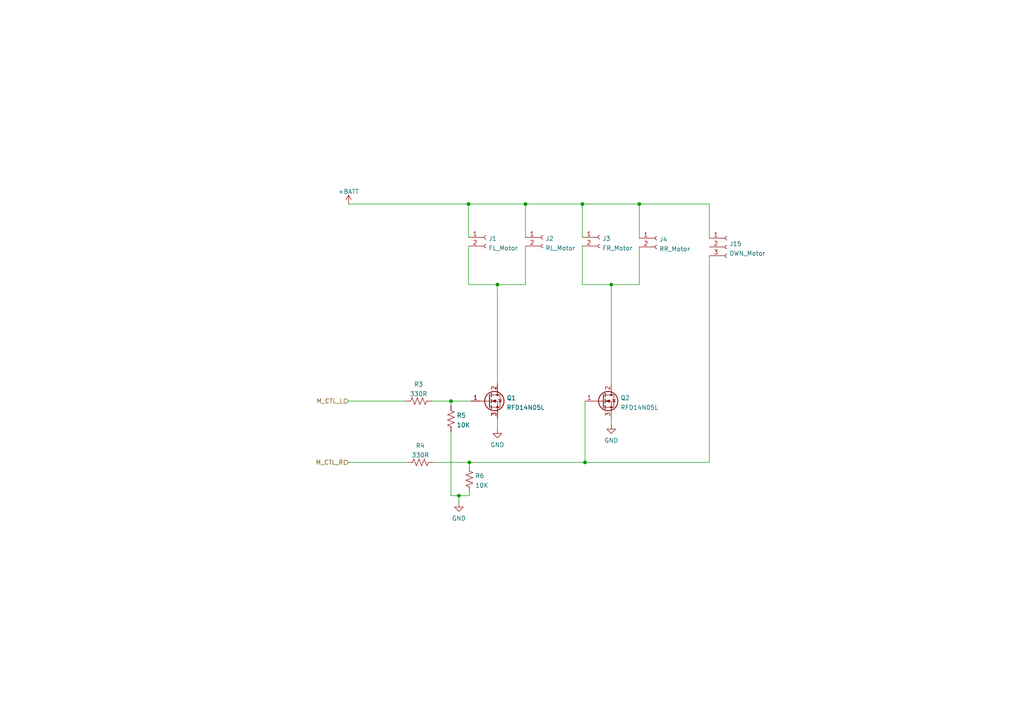
<source format=kicad_sch>
(kicad_sch (version 20211123) (generator eeschema)

  (uuid f06ab3d9-4761-4a40-aca4-f0ea0eba773d)

  (paper "A4")

  (lib_symbols
    (symbol "Connector:Conn_01x02_Female" (pin_names (offset 1.016) hide) (in_bom yes) (on_board yes)
      (property "Reference" "J" (id 0) (at 0 2.54 0)
        (effects (font (size 1.27 1.27)))
      )
      (property "Value" "Conn_01x02_Female" (id 1) (at 0 -5.08 0)
        (effects (font (size 1.27 1.27)))
      )
      (property "Footprint" "" (id 2) (at 0 0 0)
        (effects (font (size 1.27 1.27)) hide)
      )
      (property "Datasheet" "~" (id 3) (at 0 0 0)
        (effects (font (size 1.27 1.27)) hide)
      )
      (property "ki_keywords" "connector" (id 4) (at 0 0 0)
        (effects (font (size 1.27 1.27)) hide)
      )
      (property "ki_description" "Generic connector, single row, 01x02, script generated (kicad-library-utils/schlib/autogen/connector/)" (id 5) (at 0 0 0)
        (effects (font (size 1.27 1.27)) hide)
      )
      (property "ki_fp_filters" "Connector*:*_1x??_*" (id 6) (at 0 0 0)
        (effects (font (size 1.27 1.27)) hide)
      )
      (symbol "Conn_01x02_Female_1_1"
        (arc (start 0 -2.032) (mid -0.508 -2.54) (end 0 -3.048)
          (stroke (width 0.1524) (type default) (color 0 0 0 0))
          (fill (type none))
        )
        (polyline
          (pts
            (xy -1.27 -2.54)
            (xy -0.508 -2.54)
          )
          (stroke (width 0.1524) (type default) (color 0 0 0 0))
          (fill (type none))
        )
        (polyline
          (pts
            (xy -1.27 0)
            (xy -0.508 0)
          )
          (stroke (width 0.1524) (type default) (color 0 0 0 0))
          (fill (type none))
        )
        (arc (start 0 0.508) (mid -0.508 0) (end 0 -0.508)
          (stroke (width 0.1524) (type default) (color 0 0 0 0))
          (fill (type none))
        )
        (pin passive line (at -5.08 0 0) (length 3.81)
          (name "Pin_1" (effects (font (size 1.27 1.27))))
          (number "1" (effects (font (size 1.27 1.27))))
        )
        (pin passive line (at -5.08 -2.54 0) (length 3.81)
          (name "Pin_2" (effects (font (size 1.27 1.27))))
          (number "2" (effects (font (size 1.27 1.27))))
        )
      )
    )
    (symbol "Connector:Conn_01x03_Female" (pin_names (offset 1.016) hide) (in_bom yes) (on_board yes)
      (property "Reference" "J" (id 0) (at 0 5.08 0)
        (effects (font (size 1.27 1.27)))
      )
      (property "Value" "Conn_01x03_Female" (id 1) (at 0 -5.08 0)
        (effects (font (size 1.27 1.27)))
      )
      (property "Footprint" "" (id 2) (at 0 0 0)
        (effects (font (size 1.27 1.27)) hide)
      )
      (property "Datasheet" "~" (id 3) (at 0 0 0)
        (effects (font (size 1.27 1.27)) hide)
      )
      (property "ki_keywords" "connector" (id 4) (at 0 0 0)
        (effects (font (size 1.27 1.27)) hide)
      )
      (property "ki_description" "Generic connector, single row, 01x03, script generated (kicad-library-utils/schlib/autogen/connector/)" (id 5) (at 0 0 0)
        (effects (font (size 1.27 1.27)) hide)
      )
      (property "ki_fp_filters" "Connector*:*_1x??_*" (id 6) (at 0 0 0)
        (effects (font (size 1.27 1.27)) hide)
      )
      (symbol "Conn_01x03_Female_1_1"
        (arc (start 0 -2.032) (mid -0.508 -2.54) (end 0 -3.048)
          (stroke (width 0.1524) (type default) (color 0 0 0 0))
          (fill (type none))
        )
        (polyline
          (pts
            (xy -1.27 -2.54)
            (xy -0.508 -2.54)
          )
          (stroke (width 0.1524) (type default) (color 0 0 0 0))
          (fill (type none))
        )
        (polyline
          (pts
            (xy -1.27 0)
            (xy -0.508 0)
          )
          (stroke (width 0.1524) (type default) (color 0 0 0 0))
          (fill (type none))
        )
        (polyline
          (pts
            (xy -1.27 2.54)
            (xy -0.508 2.54)
          )
          (stroke (width 0.1524) (type default) (color 0 0 0 0))
          (fill (type none))
        )
        (arc (start 0 0.508) (mid -0.508 0) (end 0 -0.508)
          (stroke (width 0.1524) (type default) (color 0 0 0 0))
          (fill (type none))
        )
        (arc (start 0 3.048) (mid -0.508 2.54) (end 0 2.032)
          (stroke (width 0.1524) (type default) (color 0 0 0 0))
          (fill (type none))
        )
        (pin passive line (at -5.08 2.54 0) (length 3.81)
          (name "Pin_1" (effects (font (size 1.27 1.27))))
          (number "1" (effects (font (size 1.27 1.27))))
        )
        (pin passive line (at -5.08 0 0) (length 3.81)
          (name "Pin_2" (effects (font (size 1.27 1.27))))
          (number "2" (effects (font (size 1.27 1.27))))
        )
        (pin passive line (at -5.08 -2.54 0) (length 3.81)
          (name "Pin_3" (effects (font (size 1.27 1.27))))
          (number "3" (effects (font (size 1.27 1.27))))
        )
      )
    )
    (symbol "Device:Q_NMOS_GDS" (pin_names (offset 0) hide) (in_bom yes) (on_board yes)
      (property "Reference" "Q" (id 0) (at 5.08 1.27 0)
        (effects (font (size 1.27 1.27)) (justify left))
      )
      (property "Value" "Q_NMOS_GDS" (id 1) (at 5.08 -1.27 0)
        (effects (font (size 1.27 1.27)) (justify left))
      )
      (property "Footprint" "" (id 2) (at 5.08 2.54 0)
        (effects (font (size 1.27 1.27)) hide)
      )
      (property "Datasheet" "~" (id 3) (at 0 0 0)
        (effects (font (size 1.27 1.27)) hide)
      )
      (property "ki_keywords" "transistor NMOS N-MOS N-MOSFET" (id 4) (at 0 0 0)
        (effects (font (size 1.27 1.27)) hide)
      )
      (property "ki_description" "N-MOSFET transistor, gate/drain/source" (id 5) (at 0 0 0)
        (effects (font (size 1.27 1.27)) hide)
      )
      (symbol "Q_NMOS_GDS_0_1"
        (polyline
          (pts
            (xy 0.254 0)
            (xy -2.54 0)
          )
          (stroke (width 0) (type default) (color 0 0 0 0))
          (fill (type none))
        )
        (polyline
          (pts
            (xy 0.254 1.905)
            (xy 0.254 -1.905)
          )
          (stroke (width 0.254) (type default) (color 0 0 0 0))
          (fill (type none))
        )
        (polyline
          (pts
            (xy 0.762 -1.27)
            (xy 0.762 -2.286)
          )
          (stroke (width 0.254) (type default) (color 0 0 0 0))
          (fill (type none))
        )
        (polyline
          (pts
            (xy 0.762 0.508)
            (xy 0.762 -0.508)
          )
          (stroke (width 0.254) (type default) (color 0 0 0 0))
          (fill (type none))
        )
        (polyline
          (pts
            (xy 0.762 2.286)
            (xy 0.762 1.27)
          )
          (stroke (width 0.254) (type default) (color 0 0 0 0))
          (fill (type none))
        )
        (polyline
          (pts
            (xy 2.54 2.54)
            (xy 2.54 1.778)
          )
          (stroke (width 0) (type default) (color 0 0 0 0))
          (fill (type none))
        )
        (polyline
          (pts
            (xy 2.54 -2.54)
            (xy 2.54 0)
            (xy 0.762 0)
          )
          (stroke (width 0) (type default) (color 0 0 0 0))
          (fill (type none))
        )
        (polyline
          (pts
            (xy 0.762 -1.778)
            (xy 3.302 -1.778)
            (xy 3.302 1.778)
            (xy 0.762 1.778)
          )
          (stroke (width 0) (type default) (color 0 0 0 0))
          (fill (type none))
        )
        (polyline
          (pts
            (xy 1.016 0)
            (xy 2.032 0.381)
            (xy 2.032 -0.381)
            (xy 1.016 0)
          )
          (stroke (width 0) (type default) (color 0 0 0 0))
          (fill (type outline))
        )
        (polyline
          (pts
            (xy 2.794 0.508)
            (xy 2.921 0.381)
            (xy 3.683 0.381)
            (xy 3.81 0.254)
          )
          (stroke (width 0) (type default) (color 0 0 0 0))
          (fill (type none))
        )
        (polyline
          (pts
            (xy 3.302 0.381)
            (xy 2.921 -0.254)
            (xy 3.683 -0.254)
            (xy 3.302 0.381)
          )
          (stroke (width 0) (type default) (color 0 0 0 0))
          (fill (type none))
        )
        (circle (center 1.651 0) (radius 2.794)
          (stroke (width 0.254) (type default) (color 0 0 0 0))
          (fill (type none))
        )
        (circle (center 2.54 -1.778) (radius 0.254)
          (stroke (width 0) (type default) (color 0 0 0 0))
          (fill (type outline))
        )
        (circle (center 2.54 1.778) (radius 0.254)
          (stroke (width 0) (type default) (color 0 0 0 0))
          (fill (type outline))
        )
      )
      (symbol "Q_NMOS_GDS_1_1"
        (pin input line (at -5.08 0 0) (length 2.54)
          (name "G" (effects (font (size 1.27 1.27))))
          (number "1" (effects (font (size 1.27 1.27))))
        )
        (pin passive line (at 2.54 5.08 270) (length 2.54)
          (name "D" (effects (font (size 1.27 1.27))))
          (number "2" (effects (font (size 1.27 1.27))))
        )
        (pin passive line (at 2.54 -5.08 90) (length 2.54)
          (name "S" (effects (font (size 1.27 1.27))))
          (number "3" (effects (font (size 1.27 1.27))))
        )
      )
    )
    (symbol "Device:R_US" (pin_numbers hide) (pin_names (offset 0)) (in_bom yes) (on_board yes)
      (property "Reference" "R" (id 0) (at 2.54 0 90)
        (effects (font (size 1.27 1.27)))
      )
      (property "Value" "R_US" (id 1) (at -2.54 0 90)
        (effects (font (size 1.27 1.27)))
      )
      (property "Footprint" "" (id 2) (at 1.016 -0.254 90)
        (effects (font (size 1.27 1.27)) hide)
      )
      (property "Datasheet" "~" (id 3) (at 0 0 0)
        (effects (font (size 1.27 1.27)) hide)
      )
      (property "ki_keywords" "R res resistor" (id 4) (at 0 0 0)
        (effects (font (size 1.27 1.27)) hide)
      )
      (property "ki_description" "Resistor, US symbol" (id 5) (at 0 0 0)
        (effects (font (size 1.27 1.27)) hide)
      )
      (property "ki_fp_filters" "R_*" (id 6) (at 0 0 0)
        (effects (font (size 1.27 1.27)) hide)
      )
      (symbol "R_US_0_1"
        (polyline
          (pts
            (xy 0 -2.286)
            (xy 0 -2.54)
          )
          (stroke (width 0) (type default) (color 0 0 0 0))
          (fill (type none))
        )
        (polyline
          (pts
            (xy 0 2.286)
            (xy 0 2.54)
          )
          (stroke (width 0) (type default) (color 0 0 0 0))
          (fill (type none))
        )
        (polyline
          (pts
            (xy 0 -0.762)
            (xy 1.016 -1.143)
            (xy 0 -1.524)
            (xy -1.016 -1.905)
            (xy 0 -2.286)
          )
          (stroke (width 0) (type default) (color 0 0 0 0))
          (fill (type none))
        )
        (polyline
          (pts
            (xy 0 0.762)
            (xy 1.016 0.381)
            (xy 0 0)
            (xy -1.016 -0.381)
            (xy 0 -0.762)
          )
          (stroke (width 0) (type default) (color 0 0 0 0))
          (fill (type none))
        )
        (polyline
          (pts
            (xy 0 2.286)
            (xy 1.016 1.905)
            (xy 0 1.524)
            (xy -1.016 1.143)
            (xy 0 0.762)
          )
          (stroke (width 0) (type default) (color 0 0 0 0))
          (fill (type none))
        )
      )
      (symbol "R_US_1_1"
        (pin passive line (at 0 3.81 270) (length 1.27)
          (name "~" (effects (font (size 1.27 1.27))))
          (number "1" (effects (font (size 1.27 1.27))))
        )
        (pin passive line (at 0 -3.81 90) (length 1.27)
          (name "~" (effects (font (size 1.27 1.27))))
          (number "2" (effects (font (size 1.27 1.27))))
        )
      )
    )
    (symbol "power:+BATT" (power) (pin_names (offset 0)) (in_bom yes) (on_board yes)
      (property "Reference" "#PWR" (id 0) (at 0 -3.81 0)
        (effects (font (size 1.27 1.27)) hide)
      )
      (property "Value" "+BATT" (id 1) (at 0 3.556 0)
        (effects (font (size 1.27 1.27)))
      )
      (property "Footprint" "" (id 2) (at 0 0 0)
        (effects (font (size 1.27 1.27)) hide)
      )
      (property "Datasheet" "" (id 3) (at 0 0 0)
        (effects (font (size 1.27 1.27)) hide)
      )
      (property "ki_keywords" "power-flag battery" (id 4) (at 0 0 0)
        (effects (font (size 1.27 1.27)) hide)
      )
      (property "ki_description" "Power symbol creates a global label with name \"+BATT\"" (id 5) (at 0 0 0)
        (effects (font (size 1.27 1.27)) hide)
      )
      (symbol "+BATT_0_1"
        (polyline
          (pts
            (xy -0.762 1.27)
            (xy 0 2.54)
          )
          (stroke (width 0) (type default) (color 0 0 0 0))
          (fill (type none))
        )
        (polyline
          (pts
            (xy 0 0)
            (xy 0 2.54)
          )
          (stroke (width 0) (type default) (color 0 0 0 0))
          (fill (type none))
        )
        (polyline
          (pts
            (xy 0 2.54)
            (xy 0.762 1.27)
          )
          (stroke (width 0) (type default) (color 0 0 0 0))
          (fill (type none))
        )
      )
      (symbol "+BATT_1_1"
        (pin power_in line (at 0 0 90) (length 0) hide
          (name "+BATT" (effects (font (size 1.27 1.27))))
          (number "1" (effects (font (size 1.27 1.27))))
        )
      )
    )
    (symbol "power:GND" (power) (pin_names (offset 0)) (in_bom yes) (on_board yes)
      (property "Reference" "#PWR" (id 0) (at 0 -6.35 0)
        (effects (font (size 1.27 1.27)) hide)
      )
      (property "Value" "GND" (id 1) (at 0 -3.81 0)
        (effects (font (size 1.27 1.27)))
      )
      (property "Footprint" "" (id 2) (at 0 0 0)
        (effects (font (size 1.27 1.27)) hide)
      )
      (property "Datasheet" "" (id 3) (at 0 0 0)
        (effects (font (size 1.27 1.27)) hide)
      )
      (property "ki_keywords" "power-flag" (id 4) (at 0 0 0)
        (effects (font (size 1.27 1.27)) hide)
      )
      (property "ki_description" "Power symbol creates a global label with name \"GND\" , ground" (id 5) (at 0 0 0)
        (effects (font (size 1.27 1.27)) hide)
      )
      (symbol "GND_0_1"
        (polyline
          (pts
            (xy 0 0)
            (xy 0 -1.27)
            (xy 1.27 -1.27)
            (xy 0 -2.54)
            (xy -1.27 -1.27)
            (xy 0 -1.27)
          )
          (stroke (width 0) (type default) (color 0 0 0 0))
          (fill (type none))
        )
      )
      (symbol "GND_1_1"
        (pin power_in line (at 0 0 270) (length 0) hide
          (name "GND" (effects (font (size 1.27 1.27))))
          (number "1" (effects (font (size 1.27 1.27))))
        )
      )
    )
  )

  (junction (at 177.292 82.55) (diameter 0) (color 0 0 0 0)
    (uuid 25c6981b-479d-4817-b890-bab7c0a4e576)
  )
  (junction (at 133.096 143.764) (diameter 0) (color 0 0 0 0)
    (uuid 27e29e82-5c2b-49cd-b727-9e659f8b0b51)
  )
  (junction (at 168.91 59.182) (diameter 0) (color 0 0 0 0)
    (uuid 37e3c4c3-317b-4b29-abe2-d5482f5f8a98)
  )
  (junction (at 152.4 59.182) (diameter 0) (color 0 0 0 0)
    (uuid 39d14615-9480-4d7a-9e4c-eb6e21db6c9f)
  )
  (junction (at 135.89 59.182) (diameter 0) (color 0 0 0 0)
    (uuid 3bb395cb-5b1a-426c-b118-829615ae8e63)
  )
  (junction (at 130.81 116.332) (diameter 0) (color 0 0 0 0)
    (uuid 6b24ef2e-5492-4114-bec5-8980631f01ad)
  )
  (junction (at 169.672 134.112) (diameter 0) (color 0 0 0 0)
    (uuid 8dfcee59-4aed-4112-abd7-3c951d3fa16c)
  )
  (junction (at 136.144 134.112) (diameter 0) (color 0 0 0 0)
    (uuid 938e16df-d5e2-4f5f-b14b-47072558765f)
  )
  (junction (at 144.272 82.55) (diameter 0) (color 0 0 0 0)
    (uuid e0c44d9f-4f22-4348-9832-dbfd21effd00)
  )
  (junction (at 185.42 59.182) (diameter 0) (color 0 0 0 0)
    (uuid ff42246a-1602-4cc2-a1d5-dfd331588297)
  )

  (wire (pts (xy 168.91 82.55) (xy 177.292 82.55))
    (stroke (width 0) (type default) (color 0 0 0 0))
    (uuid 00959e2e-a8f1-4c34-8aa4-16293c0f917a)
  )
  (wire (pts (xy 177.292 121.412) (xy 177.292 123.19))
    (stroke (width 0) (type default) (color 0 0 0 0))
    (uuid 02366f32-abe9-49a1-96a8-c2eae58f0897)
  )
  (wire (pts (xy 135.89 82.55) (xy 144.272 82.55))
    (stroke (width 0) (type default) (color 0 0 0 0))
    (uuid 05f7eaa4-745a-4d83-b51a-fb0645fdd95a)
  )
  (wire (pts (xy 152.4 59.182) (xy 152.4 68.834))
    (stroke (width 0) (type default) (color 0 0 0 0))
    (uuid 0a60527c-9898-4a3a-a1df-e48f0b936a6b)
  )
  (wire (pts (xy 205.74 59.182) (xy 185.42 59.182))
    (stroke (width 0) (type default) (color 0 0 0 0))
    (uuid 15359bcc-95d8-413d-b87b-7c79d77b18ff)
  )
  (wire (pts (xy 185.42 71.628) (xy 185.42 82.55))
    (stroke (width 0) (type default) (color 0 0 0 0))
    (uuid 1e9f3c48-06d7-4db4-b18c-382de6d981fc)
  )
  (wire (pts (xy 177.292 82.55) (xy 185.42 82.55))
    (stroke (width 0) (type default) (color 0 0 0 0))
    (uuid 21dd33b9-70cb-45e8-9c71-d3b12b9e5874)
  )
  (wire (pts (xy 144.272 82.55) (xy 144.272 111.252))
    (stroke (width 0) (type default) (color 0 0 0 0))
    (uuid 2350078e-84d3-433f-a614-240e9ef8af62)
  )
  (wire (pts (xy 205.74 59.182) (xy 205.74 69.088))
    (stroke (width 0) (type default) (color 0 0 0 0))
    (uuid 35cf0e6a-93c8-4a8c-9c4b-6bd07a496c32)
  )
  (wire (pts (xy 135.89 71.374) (xy 135.89 82.55))
    (stroke (width 0) (type default) (color 0 0 0 0))
    (uuid 3c26738d-0e76-4983-86f2-b08f574e6a83)
  )
  (wire (pts (xy 135.89 59.182) (xy 152.4 59.182))
    (stroke (width 0) (type default) (color 0 0 0 0))
    (uuid 3d12ca12-bfdf-42f4-90ed-00929fc9527c)
  )
  (wire (pts (xy 136.144 135.128) (xy 136.144 134.112))
    (stroke (width 0) (type default) (color 0 0 0 0))
    (uuid 508d2c76-1150-4024-ae86-5e756698ca2b)
  )
  (wire (pts (xy 130.81 143.764) (xy 133.096 143.764))
    (stroke (width 0) (type default) (color 0 0 0 0))
    (uuid 55ff1875-e6e9-450e-9ade-35ff25b006d9)
  )
  (wire (pts (xy 169.672 134.112) (xy 169.672 116.332))
    (stroke (width 0) (type default) (color 0 0 0 0))
    (uuid 5859ee15-53b1-408e-a28e-a6bd53cc6623)
  )
  (wire (pts (xy 177.292 82.55) (xy 177.292 111.252))
    (stroke (width 0) (type default) (color 0 0 0 0))
    (uuid 5f372a73-0a22-4d30-840c-45d868408157)
  )
  (wire (pts (xy 144.272 82.55) (xy 152.4 82.55))
    (stroke (width 0) (type default) (color 0 0 0 0))
    (uuid 6ec791b5-2fa7-4a5d-b05a-edb3229032b5)
  )
  (wire (pts (xy 133.096 143.764) (xy 133.096 145.796))
    (stroke (width 0) (type default) (color 0 0 0 0))
    (uuid 779578cf-7a60-4e40-880a-e9a737964522)
  )
  (wire (pts (xy 152.4 59.182) (xy 168.91 59.182))
    (stroke (width 0) (type default) (color 0 0 0 0))
    (uuid 784c26bf-9e0a-424e-a83e-120844d035cd)
  )
  (wire (pts (xy 101.092 59.182) (xy 135.89 59.182))
    (stroke (width 0) (type default) (color 0 0 0 0))
    (uuid 7f1055f3-2f11-434a-b26e-75b9314e6a4d)
  )
  (wire (pts (xy 101.092 134.112) (xy 118.11 134.112))
    (stroke (width 0) (type default) (color 0 0 0 0))
    (uuid 8a41088b-bcd3-4c4c-9988-30f2d0bdd049)
  )
  (wire (pts (xy 152.4 71.374) (xy 152.4 82.55))
    (stroke (width 0) (type default) (color 0 0 0 0))
    (uuid 962fc48e-1646-47af-888d-48455e60378f)
  )
  (wire (pts (xy 144.272 121.412) (xy 144.272 124.46))
    (stroke (width 0) (type default) (color 0 0 0 0))
    (uuid 988faceb-2b0b-48d1-a077-00ad9971eb27)
  )
  (wire (pts (xy 205.74 134.112) (xy 169.672 134.112))
    (stroke (width 0) (type default) (color 0 0 0 0))
    (uuid 9b7b1dd9-6341-4e4c-8e6b-5b97723ba0b7)
  )
  (wire (pts (xy 185.42 59.182) (xy 185.42 69.088))
    (stroke (width 0) (type default) (color 0 0 0 0))
    (uuid 9d4c4a73-b9ef-42aa-bb9b-51b50069cf4c)
  )
  (wire (pts (xy 130.81 117.602) (xy 130.81 116.332))
    (stroke (width 0) (type default) (color 0 0 0 0))
    (uuid a0bc5497-2428-4620-8615-5c990a240003)
  )
  (wire (pts (xy 136.144 134.112) (xy 169.672 134.112))
    (stroke (width 0) (type default) (color 0 0 0 0))
    (uuid b5a160da-a1b9-44df-9458-87226833abde)
  )
  (wire (pts (xy 130.81 125.222) (xy 130.81 143.764))
    (stroke (width 0) (type default) (color 0 0 0 0))
    (uuid c84dfa03-87f6-44d5-9067-db78a24d394b)
  )
  (wire (pts (xy 135.89 59.182) (xy 135.89 68.834))
    (stroke (width 0) (type default) (color 0 0 0 0))
    (uuid cb7b460c-3696-4f6a-9841-de403149c2e3)
  )
  (wire (pts (xy 168.91 59.182) (xy 185.42 59.182))
    (stroke (width 0) (type default) (color 0 0 0 0))
    (uuid cb8f2ad4-3e7b-4ee8-80b5-90a4901fd06b)
  )
  (wire (pts (xy 168.91 59.182) (xy 168.91 68.834))
    (stroke (width 0) (type default) (color 0 0 0 0))
    (uuid d1e0ac5e-2297-420b-a0fe-c4b1124bee6c)
  )
  (wire (pts (xy 133.096 143.764) (xy 136.144 143.764))
    (stroke (width 0) (type default) (color 0 0 0 0))
    (uuid d21813a1-5a8a-4770-972e-9f220431c1a5)
  )
  (wire (pts (xy 168.91 71.374) (xy 168.91 82.55))
    (stroke (width 0) (type default) (color 0 0 0 0))
    (uuid d7fd0601-2131-479a-a1b3-0e15253d3624)
  )
  (wire (pts (xy 205.74 74.168) (xy 205.74 134.112))
    (stroke (width 0) (type default) (color 0 0 0 0))
    (uuid e04e727a-0396-456d-b103-c45049c1daa2)
  )
  (wire (pts (xy 130.81 116.332) (xy 136.652 116.332))
    (stroke (width 0) (type default) (color 0 0 0 0))
    (uuid e4911e4f-89b2-486c-b184-1d4a0caeecd7)
  )
  (wire (pts (xy 125.73 134.112) (xy 136.144 134.112))
    (stroke (width 0) (type default) (color 0 0 0 0))
    (uuid f12856e0-366c-4c5d-82d8-60bfe7a4e157)
  )
  (wire (pts (xy 101.092 116.332) (xy 117.602 116.332))
    (stroke (width 0) (type default) (color 0 0 0 0))
    (uuid f6132dd0-c28c-4bdc-86be-23b95f396f1a)
  )
  (wire (pts (xy 125.222 116.332) (xy 130.81 116.332))
    (stroke (width 0) (type default) (color 0 0 0 0))
    (uuid f843b980-6aef-4048-a47a-056532b87a65)
  )
  (wire (pts (xy 136.144 142.748) (xy 136.144 143.764))
    (stroke (width 0) (type default) (color 0 0 0 0))
    (uuid fe89498d-9456-4000-84c9-92c2384b8018)
  )

  (hierarchical_label "M_CTL_R" (shape input) (at 101.092 134.112 180)
    (effects (font (size 1.27 1.27)) (justify right))
    (uuid 3b72db62-749f-4d1c-b9a0-d0c0db5565f2)
  )
  (hierarchical_label "M_CTL_L" (shape input) (at 101.092 116.332 180)
    (effects (font (size 1.27 1.27)) (justify right))
    (uuid dd3952aa-8514-44f5-bd3a-9210f170b9b1)
  )

  (symbol (lib_id "Device:R_US") (at 136.144 138.938 180) (unit 1)
    (in_bom yes) (on_board yes) (fields_autoplaced)
    (uuid 388d3ffb-589d-47df-bb1a-5f733c6492b4)
    (property "Reference" "R6" (id 0) (at 137.795 138.0295 0)
      (effects (font (size 1.27 1.27)) (justify right))
    )
    (property "Value" "10K" (id 1) (at 137.795 140.8046 0)
      (effects (font (size 1.27 1.27)) (justify right))
    )
    (property "Footprint" "" (id 2) (at 135.128 138.684 90)
      (effects (font (size 1.27 1.27)) hide)
    )
    (property "Datasheet" "~" (id 3) (at 136.144 138.938 0)
      (effects (font (size 1.27 1.27)) hide)
    )
    (pin "1" (uuid 310772a7-0a27-4e74-b9f0-212835778965))
    (pin "2" (uuid 4d79496c-cc3a-47c7-a27a-d0d2c687fbb4))
  )

  (symbol (lib_id "Device:R_US") (at 121.92 134.112 90) (unit 1)
    (in_bom yes) (on_board yes) (fields_autoplaced)
    (uuid 3f289bc7-c94a-4259-b87d-a3f77b1ab46e)
    (property "Reference" "R4" (id 0) (at 121.92 129.2565 90))
    (property "Value" "330R" (id 1) (at 121.92 132.0316 90))
    (property "Footprint" "" (id 2) (at 122.174 133.096 90)
      (effects (font (size 1.27 1.27)) hide)
    )
    (property "Datasheet" "~" (id 3) (at 121.92 134.112 0)
      (effects (font (size 1.27 1.27)) hide)
    )
    (pin "1" (uuid 17c5c64c-0e3c-442c-853b-511a083de8d1))
    (pin "2" (uuid a3945d11-588b-482f-bb79-9d5fecd20bb6))
  )

  (symbol (lib_id "Device:R_US") (at 130.81 121.412 180) (unit 1)
    (in_bom yes) (on_board yes) (fields_autoplaced)
    (uuid 4a543094-c072-4ade-b85c-159834727cfa)
    (property "Reference" "R5" (id 0) (at 132.461 120.5035 0)
      (effects (font (size 1.27 1.27)) (justify right))
    )
    (property "Value" "10K" (id 1) (at 132.461 123.2786 0)
      (effects (font (size 1.27 1.27)) (justify right))
    )
    (property "Footprint" "" (id 2) (at 129.794 121.158 90)
      (effects (font (size 1.27 1.27)) hide)
    )
    (property "Datasheet" "~" (id 3) (at 130.81 121.412 0)
      (effects (font (size 1.27 1.27)) hide)
    )
    (pin "1" (uuid 040600aa-eecd-41ef-b188-3791530069c5))
    (pin "2" (uuid 52cd2d1c-e36c-4ac2-bff3-baebf2f6d5aa))
  )

  (symbol (lib_id "Device:Q_NMOS_GDS") (at 174.752 116.332 0) (unit 1)
    (in_bom yes) (on_board yes) (fields_autoplaced)
    (uuid 4d4bdb96-43a2-46c8-8b25-5cfd1f2e4d12)
    (property "Reference" "Q2" (id 0) (at 179.959 115.4235 0)
      (effects (font (size 1.27 1.27)) (justify left))
    )
    (property "Value" "RFD14N05L" (id 1) (at 179.959 118.1986 0)
      (effects (font (size 1.27 1.27)) (justify left))
    )
    (property "Footprint" "" (id 2) (at 179.832 113.792 0)
      (effects (font (size 1.27 1.27)) hide)
    )
    (property "Datasheet" "~" (id 3) (at 174.752 116.332 0)
      (effects (font (size 1.27 1.27)) hide)
    )
    (pin "1" (uuid 326f9251-d922-4a66-9a43-1a3f40df9bc6))
    (pin "2" (uuid 1167ef81-5744-4700-a3be-01252fe5cdcb))
    (pin "3" (uuid 3b2fa509-f63e-4697-8d47-fb49e1272ad5))
  )

  (symbol (lib_id "Connector:Conn_01x03_Female") (at 210.82 71.628 0) (unit 1)
    (in_bom yes) (on_board yes) (fields_autoplaced)
    (uuid 6362276d-f781-4682-9f86-4c18f0def695)
    (property "Reference" "J15" (id 0) (at 211.5312 70.7195 0)
      (effects (font (size 1.27 1.27)) (justify left))
    )
    (property "Value" "DWN_Motor" (id 1) (at 211.5312 73.4946 0)
      (effects (font (size 1.27 1.27)) (justify left))
    )
    (property "Footprint" "" (id 2) (at 210.82 71.628 0)
      (effects (font (size 1.27 1.27)) hide)
    )
    (property "Datasheet" "~" (id 3) (at 210.82 71.628 0)
      (effects (font (size 1.27 1.27)) hide)
    )
    (pin "1" (uuid 01972c81-30b9-4e79-b636-32fd8a57bc06))
    (pin "2" (uuid 20d528ca-241d-46d4-8803-f2ad81e612cd))
    (pin "3" (uuid 88123e2e-d771-44e6-b8d7-d28e8cb0291b))
  )

  (symbol (lib_id "power:GND") (at 133.096 145.796 0) (unit 1)
    (in_bom yes) (on_board yes) (fields_autoplaced)
    (uuid 73a35595-a68d-4835-923e-e9dcfa473e49)
    (property "Reference" "#PWR?" (id 0) (at 133.096 152.146 0)
      (effects (font (size 1.27 1.27)) hide)
    )
    (property "Value" "GND" (id 1) (at 133.096 150.3585 0))
    (property "Footprint" "" (id 2) (at 133.096 145.796 0)
      (effects (font (size 1.27 1.27)) hide)
    )
    (property "Datasheet" "" (id 3) (at 133.096 145.796 0)
      (effects (font (size 1.27 1.27)) hide)
    )
    (pin "1" (uuid 0a55a692-c689-4d4b-b8eb-ccc7491c7c09))
  )

  (symbol (lib_id "Connector:Conn_01x02_Female") (at 173.99 68.834 0) (unit 1)
    (in_bom yes) (on_board yes) (fields_autoplaced)
    (uuid 74711c70-2cdc-464a-883f-b65713f31293)
    (property "Reference" "J3" (id 0) (at 174.7012 69.1955 0)
      (effects (font (size 1.27 1.27)) (justify left))
    )
    (property "Value" "FR_Motor" (id 1) (at 174.7012 71.9706 0)
      (effects (font (size 1.27 1.27)) (justify left))
    )
    (property "Footprint" "" (id 2) (at 173.99 68.834 0)
      (effects (font (size 1.27 1.27)) hide)
    )
    (property "Datasheet" "~" (id 3) (at 173.99 68.834 0)
      (effects (font (size 1.27 1.27)) hide)
    )
    (pin "1" (uuid 361e1af4-b11a-4ce5-a370-3622a48dd44f))
    (pin "2" (uuid 49c7ce44-1118-45c1-bab4-feed828a56c8))
  )

  (symbol (lib_id "Connector:Conn_01x02_Female") (at 190.5 69.088 0) (unit 1)
    (in_bom yes) (on_board yes) (fields_autoplaced)
    (uuid 83ce1429-b7b0-455a-bbb8-508b52338fd0)
    (property "Reference" "J4" (id 0) (at 191.2112 69.4495 0)
      (effects (font (size 1.27 1.27)) (justify left))
    )
    (property "Value" "RR_Motor" (id 1) (at 191.2112 72.2246 0)
      (effects (font (size 1.27 1.27)) (justify left))
    )
    (property "Footprint" "" (id 2) (at 190.5 69.088 0)
      (effects (font (size 1.27 1.27)) hide)
    )
    (property "Datasheet" "~" (id 3) (at 190.5 69.088 0)
      (effects (font (size 1.27 1.27)) hide)
    )
    (pin "1" (uuid c308c904-1fc9-4326-b432-ede79f2b12fc))
    (pin "2" (uuid 8f25488b-f06f-4fe7-8e73-fc1fd9e58eba))
  )

  (symbol (lib_id "Connector:Conn_01x02_Female") (at 140.97 68.834 0) (unit 1)
    (in_bom yes) (on_board yes) (fields_autoplaced)
    (uuid 8abc9ea2-2821-4f9c-9686-cae7ceb48575)
    (property "Reference" "J1" (id 0) (at 141.6812 69.1955 0)
      (effects (font (size 1.27 1.27)) (justify left))
    )
    (property "Value" "FL_Motor" (id 1) (at 141.6812 71.9706 0)
      (effects (font (size 1.27 1.27)) (justify left))
    )
    (property "Footprint" "" (id 2) (at 140.97 68.834 0)
      (effects (font (size 1.27 1.27)) hide)
    )
    (property "Datasheet" "~" (id 3) (at 140.97 68.834 0)
      (effects (font (size 1.27 1.27)) hide)
    )
    (pin "1" (uuid 5c0b7773-e67e-4db8-a4ab-6be44dac957f))
    (pin "2" (uuid 43e4e1a4-01e7-4ada-b097-eda584250be9))
  )

  (symbol (lib_id "power:GND") (at 177.292 123.19 0) (unit 1)
    (in_bom yes) (on_board yes) (fields_autoplaced)
    (uuid 96f25220-2c3a-4b47-8849-281553f2bbe5)
    (property "Reference" "#PWR?" (id 0) (at 177.292 129.54 0)
      (effects (font (size 1.27 1.27)) hide)
    )
    (property "Value" "GND" (id 1) (at 177.292 127.7525 0))
    (property "Footprint" "" (id 2) (at 177.292 123.19 0)
      (effects (font (size 1.27 1.27)) hide)
    )
    (property "Datasheet" "" (id 3) (at 177.292 123.19 0)
      (effects (font (size 1.27 1.27)) hide)
    )
    (pin "1" (uuid 72c09869-36b9-4627-86a8-5c211014eafc))
  )

  (symbol (lib_id "power:GND") (at 144.272 124.46 0) (unit 1)
    (in_bom yes) (on_board yes) (fields_autoplaced)
    (uuid 98e49311-b024-412c-a82a-e83da23ff6d1)
    (property "Reference" "#PWR?" (id 0) (at 144.272 130.81 0)
      (effects (font (size 1.27 1.27)) hide)
    )
    (property "Value" "GND" (id 1) (at 144.272 129.0225 0))
    (property "Footprint" "" (id 2) (at 144.272 124.46 0)
      (effects (font (size 1.27 1.27)) hide)
    )
    (property "Datasheet" "" (id 3) (at 144.272 124.46 0)
      (effects (font (size 1.27 1.27)) hide)
    )
    (pin "1" (uuid b1060c67-8d71-4aba-bc35-7d7d91d2d7c1))
  )

  (symbol (lib_id "power:+BATT") (at 101.092 59.182 0) (unit 1)
    (in_bom yes) (on_board yes) (fields_autoplaced)
    (uuid adfb0ca9-faa2-444d-ae5f-4d748b599288)
    (property "Reference" "#PWR?" (id 0) (at 101.092 62.992 0)
      (effects (font (size 1.27 1.27)) hide)
    )
    (property "Value" "+BATT" (id 1) (at 101.092 55.5775 0))
    (property "Footprint" "" (id 2) (at 101.092 59.182 0)
      (effects (font (size 1.27 1.27)) hide)
    )
    (property "Datasheet" "" (id 3) (at 101.092 59.182 0)
      (effects (font (size 1.27 1.27)) hide)
    )
    (pin "1" (uuid e681611f-3021-4a67-aef3-c2c01918fe53))
  )

  (symbol (lib_id "Device:R_US") (at 121.412 116.332 90) (unit 1)
    (in_bom yes) (on_board yes) (fields_autoplaced)
    (uuid d48881e1-091c-414f-b47f-98ba8fd22946)
    (property "Reference" "R3" (id 0) (at 121.412 111.4765 90))
    (property "Value" "330R" (id 1) (at 121.412 114.2516 90))
    (property "Footprint" "" (id 2) (at 121.666 115.316 90)
      (effects (font (size 1.27 1.27)) hide)
    )
    (property "Datasheet" "~" (id 3) (at 121.412 116.332 0)
      (effects (font (size 1.27 1.27)) hide)
    )
    (pin "1" (uuid 8c0821da-da0a-46d6-aad4-a0e804389733))
    (pin "2" (uuid 08ce549c-5550-4b9a-9eea-b6256a82944d))
  )

  (symbol (lib_id "Device:Q_NMOS_GDS") (at 141.732 116.332 0) (unit 1)
    (in_bom yes) (on_board yes) (fields_autoplaced)
    (uuid dae8c172-a0a3-4e44-afdf-35f23a0a8dd8)
    (property "Reference" "Q1" (id 0) (at 146.939 115.4235 0)
      (effects (font (size 1.27 1.27)) (justify left))
    )
    (property "Value" "RFD14N05L" (id 1) (at 146.939 118.1986 0)
      (effects (font (size 1.27 1.27)) (justify left))
    )
    (property "Footprint" "" (id 2) (at 146.812 113.792 0)
      (effects (font (size 1.27 1.27)) hide)
    )
    (property "Datasheet" "~" (id 3) (at 141.732 116.332 0)
      (effects (font (size 1.27 1.27)) hide)
    )
    (pin "1" (uuid 62a2379b-1c9c-4821-ac4e-b3d09611b750))
    (pin "2" (uuid d8b933a5-604c-45fb-82d9-e3cd57d011dc))
    (pin "3" (uuid 967eb6bc-2566-4666-a30e-9411a10e8e1f))
  )

  (symbol (lib_id "Connector:Conn_01x02_Female") (at 157.48 68.834 0) (unit 1)
    (in_bom yes) (on_board yes) (fields_autoplaced)
    (uuid f44d4e1c-75b3-48c6-83f6-690d2a0525a4)
    (property "Reference" "J2" (id 0) (at 158.1912 69.1955 0)
      (effects (font (size 1.27 1.27)) (justify left))
    )
    (property "Value" "RL_Motor" (id 1) (at 158.1912 71.9706 0)
      (effects (font (size 1.27 1.27)) (justify left))
    )
    (property "Footprint" "" (id 2) (at 157.48 68.834 0)
      (effects (font (size 1.27 1.27)) hide)
    )
    (property "Datasheet" "~" (id 3) (at 157.48 68.834 0)
      (effects (font (size 1.27 1.27)) hide)
    )
    (pin "1" (uuid 3572ccce-29d8-4d03-b102-e08b99190c80))
    (pin "2" (uuid a41a9100-5ffe-435c-b077-b34a324e8039))
  )
)

</source>
